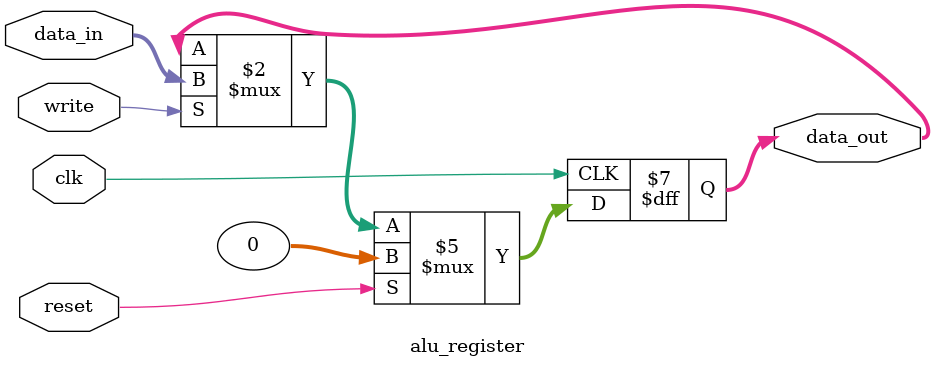
<source format=v>
module alu_register (
    input clk,
    input reset,

    input write,
    input [31:0] data_in,

    output reg [31:0] data_out
);
  always @(posedge clk) begin
    if (reset) data_out <= 32'b0;
    else if (write) data_out <= data_in;
  end
endmodule

</source>
